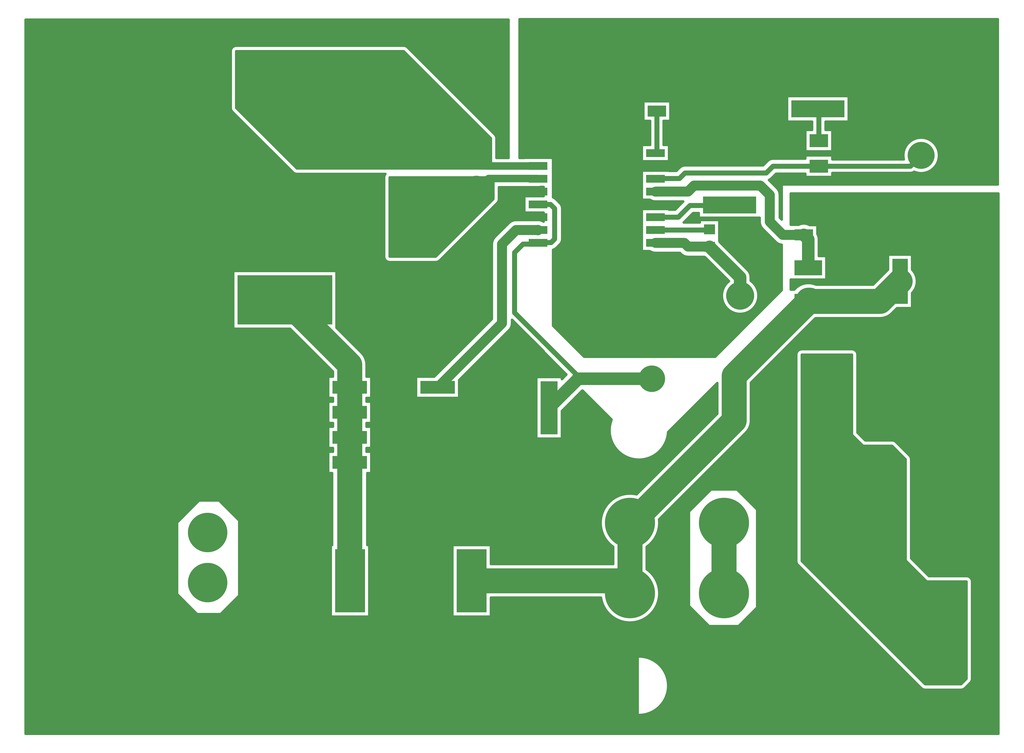
<source format=gbr>
%FSLAX23Y23*%
%MOIN*%
G04 EasyPC Gerber Version 17.0 Build 3379 *
%ADD94R,0.54448X1.58076*%
%ADD91R,0.59718X1.86178*%
%ADD92R,1.05107X2.21279*%
%ADD99R,2.03300X2.47556*%
%ADD96R,0.93089X0.93089*%
%ADD89R,0.94846X0.94846*%
%ADD80C,0.08782*%
%ADD106C,0.17564*%
%ADD102C,0.26346*%
%ADD104C,0.35128*%
%ADD105C,0.43910*%
%ADD103C,0.87820*%
%ADD97C,0.93089*%
%ADD90C,0.94846*%
%ADD101C,0.98358*%
%ADD100C,1.38299*%
%ADD81C,1.75640*%
%ADD98R,0.65692X0.27660*%
%ADD85R,0.38641X0.35128*%
%ADD83R,0.64987X0.38641*%
%ADD95R,1.21012X0.44947*%
%ADD84R,0.64987X0.45667*%
%ADD82R,0.96602X0.52692*%
%ADD88R,1.86178X0.59718*%
%ADD86R,1.00115X0.63230*%
%ADD87R,1.24704X0.63230*%
%ADD93R,3.31918X1.72874*%
X0Y0D02*
D02*
D80*
X33322Y7138D02*
X33513Y7329D01*
Y10738*
X32117*
X31379Y11476*
Y15024*
X30905Y15498*
X29886*
X29499Y15884*
Y18695*
X27743*
Y11458*
X32064Y7138*
X33322*
G36*
X33513Y7329*
Y10738*
X32117*
X31379Y11476*
Y15024*
X30905Y15498*
X29886*
X29499Y15884*
Y18695*
X27743*
Y11458*
X32064Y7138*
X33322*
G37*
X23060Y15979D02*
G75*
G02X22035Y15015I-1026J63D01*
G01*
G75*
G02X21079Y16419J1027*
G01*
X20060Y17438*
X20056*
X19339Y16720*
Y15753*
X18443*
Y17913*
X19339*
Y17841*
X19497Y18000*
X18698Y18800*
Y18816*
X17592Y19921*
Y19801*
G75*
G02X17489Y19552I-353J0*
G01*
X15739Y17802*
Y17179*
X14230*
Y17927*
X14867*
X16887Y19947*
Y22576*
G75*
G02X16990Y22826I353J0*
G01*
X17482Y23317*
G75*
G02X17732Y23421I249J-249*
G01*
X18473*
G75*
G02X18698Y23365I31J-353*
G01*
Y23680*
X18024*
Y24255*
X18698*
Y24579*
X18581*
G75*
G02X18502Y24568I-79J298*
G01*
X17134*
Y24157*
G75*
G02X17078Y24020I-193J0*
G01*
X15058Y22001*
G75*
G02X14921Y21944I-137J137*
G01*
X13305*
G75*
G02X13112Y22137J193*
G01*
Y24912*
G75*
G02X13156Y25035I193*
G01*
X10056*
G75*
G02X9919Y25092I0J193*
G01*
X7794Y27217*
G75*
G02X7738Y27354I137J137*
G01*
Y29338*
G75*
G02X7931Y29532I193*
G01*
X13797*
G75*
G02X13934Y29475I0J-193*
G01*
X16990Y26419*
G75*
G02X17047Y26282I-137J-137*
G01*
Y25597*
X17468*
Y30445*
X554*
Y5399*
X34628*
Y24350*
X27357*
Y23254*
X27629*
G75*
G02X28016Y23244I184J-353*
G01*
X28288*
Y22933*
G75*
G02X28340Y22743I-316J-190*
G01*
Y22155*
X28604*
Y21329*
X27357*
Y20978*
X27476*
G75*
G02X28167Y21180I496J-413*
G01*
G75*
G02X28247Y21154I-143J-570*
G01*
X30239*
X30764Y21678*
Y22207*
X31607*
Y21678*
G75*
G02Y20857I-421J-410*
G01*
Y20328*
X31078*
X30899Y20149*
G75*
G02X30483Y19977I-416J416*
G01*
X28236*
G75*
G02X28215Y19968I-264J589*
G01*
X25960Y17713*
Y16387*
G75*
G02X25788Y15966I-588J-5*
G01*
X22743Y12921*
G75*
G02X22311Y11956I-1020J-122*
G01*
Y11171*
G75*
G02X21723Y9301I-588J-842*
G01*
G75*
G02X20707Y10176J1027*
G01*
X16852*
Y9509*
X15502*
Y12020*
X16852*
Y11353*
X21135*
Y11956*
G75*
G02X21957Y13799I588J842*
G01*
X24784Y16625*
Y17702*
X23060Y15979*
X33458Y7001D02*
G75*
G02X33322Y6944I-137J137D01*
G01*
X32064*
G75*
G02X31927Y7001I0J193*
G01*
X27606Y11322*
G75*
G02X27550Y11458I137J137*
G01*
Y18695*
G75*
G02X27743Y18888I193*
G01*
X29499*
G75*
G02X29693Y18695J-193*
G01*
Y15964*
X29966Y15691*
X30905*
G75*
G02X31041Y15635I0J-193*
G01*
X31515Y15160*
G75*
G02X31572Y15024I-137J-137*
G01*
Y11556*
X32197Y10931*
X33513*
G75*
G02X33706Y10738J-193*
G01*
Y7329*
G75*
G02X33649Y7192I-193J0*
G01*
X33458Y7001*
X22035Y8112D02*
G75*
G02Y6057J-1027D01*
G01*
G75*
G02Y8112J1027*
G01*
X12523Y12020D02*
X12593D01*
Y9509*
X11243*
Y12020*
X11291*
Y14544*
X11153*
Y15292*
X11319*
Y15423*
X11153*
Y16171*
X11319*
Y16301*
X11153*
Y17049*
X11319*
Y17179*
X11153*
Y17927*
X11319*
Y18102*
X9816Y19605*
X7826*
Y21633*
X11443*
Y19642*
X12323Y18762*
G75*
G02X12496Y18346I-416J-416*
G01*
Y17927*
X12662*
Y17179*
X12496*
Y17049*
X12662*
Y16301*
X12496*
Y16171*
X12662*
Y15423*
X12496*
Y15292*
X12662*
Y14544*
X12523*
Y12020*
X5858Y12811D02*
X6631Y13584D01*
X7334*
X8036Y12881*
Y10246*
X7386Y9596*
X6561*
X5858Y10299*
Y12811*
X23791Y13197D02*
X24564Y13970D01*
X25477*
X26180Y13267*
Y9825*
X25530Y9175*
X24494*
X23791Y9878*
Y13197*
X30628Y5399D02*
G36*
X34628D01*
Y24350*
X27357*
Y23254*
X27629*
G75*
G02X28016Y23244I184J-353*
G01*
X28288*
Y22933*
G75*
G02X28340Y22743I-316J-190*
G01*
Y22155*
X28604*
Y21329*
X27357*
Y20978*
X27476*
G75*
G02X28167Y21180I496J-413*
G01*
G75*
G02X28247Y21154I-143J-570*
G01*
X30239*
X30764Y21678*
Y22207*
X31607*
Y21678*
G75*
G02Y20857I-421J-410*
G01*
Y20328*
X31078*
X30899Y20149*
G75*
G02X30628Y19995I-416J416*
G01*
Y15691*
X30905*
G75*
G02X31041Y15635I0J-193*
G01*
X31515Y15160*
G75*
G02X31572Y15024I-137J-137*
G01*
Y11556*
X32197Y10931*
X33513*
G75*
G02X33706Y10738J-193*
G01*
Y7329*
G75*
G02X33649Y7192I-193J0*
G01*
X33458Y7001*
G75*
G02X33322Y6944I-137J137*
G01*
X32064*
G75*
G02X31927Y7001I0J193*
G01*
X30628Y8300*
Y5399*
G37*
Y8300D02*
G36*
X27606Y11322D01*
G75*
G02X27550Y11458I137J137*
G01*
Y18695*
G75*
G02X27743Y18888I193*
G01*
X29499*
G75*
G02X29693Y18695J-193*
G01*
Y15964*
X29966Y15691*
X30628*
Y19995*
G75*
G02X30483Y19977I-145J570*
G01*
X28236*
G75*
G02X28215Y19968I-264J589*
G01*
X25960Y17713*
Y16387*
G75*
G02X25788Y15966I-588J-5*
G01*
X24986Y15163*
Y13970*
X25477*
X26180Y13267*
Y9825*
X25530Y9175*
X24986*
Y5399*
X30628*
Y8300*
G37*
X22035Y5399D02*
G36*
X24986D01*
Y9175*
X24494*
X23791Y9878*
Y13197*
X24564Y13970*
X24986*
Y15163*
X22743Y12921*
G75*
G02X22311Y11956I-1020J-122*
G01*
Y11171*
G75*
G02X22035Y9350I-588J-842*
G01*
Y8112*
G75*
G02Y6057J-1027*
G01*
Y5399*
G37*
Y6057D02*
G36*
G75*
G02Y8112J1027D01*
G01*
Y9350*
G75*
G02X21723Y9301I-312J979*
G01*
G75*
G02X20707Y10176J1027*
G01*
X16852*
Y9509*
X15502*
Y12020*
X16852*
Y11353*
X21135*
Y11956*
G75*
G02X21957Y13799I588J842*
G01*
X24784Y16625*
Y17702*
X23060Y15979*
G75*
G02X22035Y15015I-1026J63*
G01*
G75*
G02X21079Y16419J1027*
G01*
X20060Y17438*
X20056*
X19339Y16720*
Y15753*
X18443*
Y17913*
X19339*
Y17841*
X19497Y18000*
X18698Y18800*
Y18816*
X17592Y19921*
Y19801*
G75*
G02X17489Y19552I-353J0*
G01*
X15739Y17802*
Y17179*
X14230*
Y17927*
X14867*
X16887Y19947*
Y22576*
G75*
G02X16990Y22826I353J0*
G01*
X17482Y23317*
G75*
G02X17732Y23421I249J-249*
G01*
X18473*
G75*
G02X18698Y23365I31J-353*
G01*
Y23680*
X18024*
Y24255*
X18698*
Y24579*
X18581*
G75*
G02X18502Y24568I-79J298*
G01*
X17134*
Y24157*
G75*
G02X17078Y24020I-193J0*
G01*
X15058Y22001*
G75*
G02X14921Y21944I-137J137*
G01*
X13305*
G75*
G02X13112Y22137J193*
G01*
Y24912*
G75*
G02X13156Y25035I193*
G01*
X10244*
Y21633*
X11443*
Y19642*
X12323Y18762*
G75*
G02X12496Y18346I-416J-416*
G01*
Y17927*
X12662*
Y17179*
X12496*
Y17049*
X12662*
Y16301*
X12496*
Y16171*
X12662*
Y15423*
X12496*
Y15292*
X12662*
Y14544*
X12523*
Y12020*
X12593*
Y9509*
X11243*
Y12020*
X11291*
Y14544*
X11153*
Y15292*
X11319*
Y15423*
X11153*
Y16171*
X11319*
Y16301*
X11153*
Y17049*
X11319*
Y17179*
X11153*
Y17927*
X11319*
Y18102*
X10244Y19178*
Y5399*
X22035*
Y6057*
G37*
X10244Y19178D02*
G36*
X9816Y19605D01*
X7826*
Y21633*
X10244*
Y25035*
X10056*
G75*
G02X9919Y25092I0J193*
G01*
X7794Y27217*
G75*
G02X7738Y27354I137J137*
G01*
Y29338*
G75*
G02X7931Y29532I193*
G01*
X13797*
G75*
G02X13934Y29475I0J-193*
G01*
X16990Y26419*
G75*
G02X17047Y26282I-137J-137*
G01*
Y25597*
X17468*
Y30445*
X6947*
Y13584*
X7334*
X8036Y12881*
Y10246*
X7386Y9596*
X6947*
Y5399*
X10244*
Y19178*
G37*
X6947Y9596D02*
G36*
X6561D01*
X5858Y10299*
Y12811*
X6631Y13584*
X6947*
Y30445*
X554*
Y5399*
X6947*
Y9596*
G37*
X13305Y22137D02*
X14921D01*
X16941Y24157*
Y24912*
X13305*
Y22137*
G36*
X14921*
X16941Y24157*
Y24912*
X13305*
Y22137*
G37*
X19031Y22374D02*
Y19713D01*
X20120Y18624*
X24705*
X27041Y20960*
Y22550*
G75*
G02X26826Y22652I35J351*
G01*
X26370Y23109*
G75*
G02X26266Y23358I249J249*
G01*
Y23498*
X24134*
Y23664*
X23936*
X23605Y23333*
X24169*
Y23419*
X24854*
Y22682*
G75*
G02X24878Y22635I-343J-203*
G01*
X25844Y21669*
G75*
G02X25952Y21408I-261J-261*
G01*
Y21292*
G75*
G02X25583Y20126I-369J-524*
G01*
G75*
G02X25193Y21276J641*
G01*
X24356Y22113*
G75*
G02X24327Y22127I156J366*
G01*
X23756*
G75*
G02X23499Y22239J353*
G01*
X23473Y22266*
X22617*
G75*
G02X22413Y22331J353*
G01*
X22139*
Y23806*
X23094*
Y23783*
X23306*
X23591Y24068*
X22617*
G75*
G02X22418Y24129J353*
G01*
X22139*
Y25154*
X23094*
Y25142*
X23348*
X23463Y25258*
G75*
G02X23651Y25335I187J-187*
G01*
X26386*
X26546Y25495*
G75*
G02X26733Y25572I187J-187*
G01*
X27866*
Y25685*
X28814*
Y25545*
X31316*
G75*
G02X31923Y26309I607J141*
G01*
G75*
G02Y25062J-624*
G01*
G75*
G02X31679Y25111I0J623*
G01*
G75*
G02X31546Y25070I-133J196*
G01*
X28814*
Y24930*
X27866*
Y25043*
X26843*
X26683Y24883*
G75*
G02X26592Y24824I-187J187*
G01*
X26868Y24547*
G75*
G02X26972Y24298I-249J-249*
G01*
Y23504*
X27041Y23435*
Y24666*
X34611*
Y30463*
X17855*
Y25597*
X18024*
Y25603*
X18980*
Y25597*
X19031*
Y24216*
G75*
G02X19127Y24155I-91J-249*
G01*
X19271Y24011*
G75*
G02X19349Y23823I-187J-187*
G01*
Y22752*
G75*
G02X19271Y22565I-265J0*
G01*
X19148Y22442*
G75*
G02X19031Y22374I-187J187*
G01*
X22904Y26053D02*
X23094D01*
Y25478*
X22139*
Y26053*
X22430*
Y26897*
X22193*
Y27582*
X23141*
Y26897*
X22904*
Y26053*
X28577Y26581D02*
X28814D01*
Y25826*
X27866*
Y26581*
X28103*
Y26871*
X27225*
Y27766*
X29385*
Y26871*
X28577*
Y26581*
X22640Y25154D02*
G36*
X23094D01*
Y25142*
X23348*
X23463Y25258*
G75*
G02X23651Y25335I187J-187*
G01*
X26386*
X26546Y25495*
G75*
G02X26733Y25572I187J-187*
G01*
X27866*
Y25685*
X28305*
Y25826*
X27866*
Y26581*
X28103*
Y26871*
X27225*
Y27766*
X28305*
Y30463*
X22640*
Y27582*
X23141*
Y26897*
X22904*
Y26053*
X23094*
Y25478*
X22640*
Y25154*
G37*
Y25478D02*
G36*
X22139D01*
Y26053*
X22430*
Y26897*
X22193*
Y27582*
X22640*
Y30463*
X17855*
Y25597*
X18024*
Y25603*
X18980*
Y25597*
X19031*
Y24216*
G75*
G02X19127Y24155I-91J-249*
G01*
X19271Y24011*
G75*
G02X19349Y23823I-187J-187*
G01*
Y22752*
G75*
G02X19271Y22565I-265J0*
G01*
X19148Y22442*
G75*
G02X19031Y22374I-187J187*
G01*
Y19713*
X20120Y18624*
X24705*
X27041Y20960*
Y22550*
G75*
G02X26826Y22652I35J351*
G01*
X26370Y23109*
G75*
G02X26266Y23358I249J249*
G01*
Y23498*
X24134*
Y23664*
X23936*
X23605Y23333*
X24169*
Y23419*
X24854*
Y22682*
G75*
G02X24878Y22635I-343J-203*
G01*
X25844Y21669*
G75*
G02X25952Y21408I-261J-261*
G01*
Y21292*
G75*
G02X25583Y20126I-369J-524*
G01*
G75*
G02X25193Y21276J641*
G01*
X24356Y22113*
G75*
G02X24327Y22127I156J366*
G01*
X23756*
G75*
G02X23499Y22239J353*
G01*
X23473Y22266*
X22617*
G75*
G02X22413Y22331J353*
G01*
X22139*
Y23806*
X23094*
Y23783*
X23306*
X23591Y24068*
X22617*
G75*
G02X22418Y24129J353*
G01*
X22139*
Y25154*
X22640*
Y25478*
G37*
X28305Y25685D02*
G36*
X28814D01*
Y25545*
X31316*
G75*
G02X31923Y26309I607J141*
G01*
G75*
G02Y25062J-624*
G01*
G75*
G02X31679Y25111I0J623*
G01*
G75*
G02X31546Y25070I-133J196*
G01*
X28814*
Y24930*
X27866*
Y25043*
X26843*
X26683Y24883*
G75*
G02X26592Y24824I-187J187*
G01*
X26868Y24547*
G75*
G02X26972Y24298I-249J-249*
G01*
Y23504*
X27041Y23435*
Y24666*
X34611*
Y30463*
X28305*
Y27766*
X29385*
Y26871*
X28577*
Y26581*
X28814*
Y25826*
X28305*
Y25685*
G37*
X16853Y25228D02*
Y26282D01*
X13797Y29338*
X7931*
Y27354*
X10056Y25228*
X16853*
G36*
Y26282*
X13797Y29338*
X7931*
Y27354*
X10056Y25228*
X16853*
G37*
D02*
D81*
X25016Y10329D03*
X21723D03*
X25016Y12799D03*
X21723D03*
D02*
D82*
X27971Y20565D03*
Y21742D03*
D02*
D83*
X27813Y22901D03*
Y23902D03*
X22667Y27240D03*
Y28241D03*
D02*
D84*
X28340Y25307D03*
Y26203D03*
D02*
D85*
X24511Y22480D03*
Y23094D03*
D02*
D86*
X16344Y24535D03*
Y25641D03*
D02*
D87*
X30413Y14567D03*
Y16499D03*
D02*
D88*
X25214Y23946D03*
Y25913D03*
X28305Y27319D03*
Y29286D03*
D02*
D89*
X31923Y29143D03*
D02*
D90*
Y25685D03*
D02*
D91*
X18891Y16833D03*
X16924D03*
D02*
D92*
X16177Y10765D03*
X11918D03*
D02*
D93*
X9635Y20619D03*
Y28433D03*
D02*
D94*
X31186Y21268D03*
Y23253D03*
D02*
D95*
X14985Y14918D03*
X11907D03*
X14985Y15797D03*
X11907D03*
X14985Y16675D03*
X11907D03*
X14985Y17553D03*
X11907D03*
D02*
D96*
X28533Y17852D03*
D02*
D97*
X22491D03*
D02*
D98*
X22617Y22619D03*
X18502D03*
X22617Y23068D03*
X18502D03*
X22617Y23518D03*
X18502D03*
X22617Y23967D03*
X18502D03*
X22617Y24417D03*
X18502D03*
X22617Y24866D03*
X18502D03*
X22617Y25316D03*
X18502D03*
X22617Y25765D03*
X18502D03*
D02*
D99*
X20559Y24192D03*
D02*
D100*
X32679Y8244D03*
Y10000D03*
X6930Y10703D03*
X32679Y11757D03*
X6930Y12459D03*
X32679Y13513D03*
D02*
D101*
X25583Y20767D03*
X14394Y23279D03*
X25021Y28302D03*
D02*
D102*
X16344Y24535D02*
Y24508D01*
X16397*
X16766Y24877*
X18470*
X18481Y24866*
X18502*
Y25316D02*
X16669D01*
X16344Y25641*
D02*
D103*
X32679Y8244D02*
Y10000D01*
X25016Y10329D02*
Y12799D01*
X21723Y10329D02*
Y12799D01*
X16177Y10765D02*
X21287D01*
X21723Y10329*
X32679Y11757D02*
Y13513D01*
X32714*
Y18501*
X30413Y14567D02*
Y10914D01*
X31256Y10071*
X32608*
X32679Y10000*
X30413Y14567D02*
X29359D01*
X28533Y15393*
Y17852*
X14985Y14918D02*
Y8567D01*
X15519Y8033*
X19418*
X20103Y8718*
X27743*
X30097Y6365*
X33381*
X34101Y7085*
Y11195*
X33592Y11704*
X32731*
X32679Y11757*
X14985Y14918D02*
Y15797D01*
X11907Y14918D02*
Y10775D01*
X11918Y10765*
X11907Y14918D02*
Y15797D01*
Y16675*
Y17553*
Y18346*
X9635Y20619*
X32714Y18501D02*
X32415D01*
X30413Y16499*
X27971Y20565D02*
Y20609D01*
X28024*
X25372Y17957*
Y16382*
X21789Y12799*
X21723*
X27971Y20565D02*
X30483D01*
X31186Y21268*
Y23253D02*
X31756D01*
X32714Y22295*
Y18501*
X14394Y23279D02*
X15088D01*
X16344Y24535*
X27813Y23902D02*
X30536D01*
X31186Y23253*
X16344Y25641D02*
X12426D01*
X9635Y28433*
X25214Y25913D02*
Y28109D01*
X25021Y28302*
X31923Y29143D02*
X28448D01*
X28305Y29286*
X26004*
X25021Y28302*
D02*
D104*
X24511Y22480D02*
Y22488D01*
X23756*
X23625Y22619*
X22617*
X27813Y22901D02*
X27076D01*
X26619Y23358*
Y24298*
X26285Y24631*
X23967*
X23756Y24421*
X22648*
X22645Y24417*
X22617*
X18502Y23068D02*
X18496Y23075D01*
Y23059*
X18504Y23068*
X17732*
X17240Y22576*
Y19801*
X14992Y17553*
X14985*
X18502Y24417D02*
X17872D01*
X16730Y23275*
Y21417*
X13815Y18501*
Y16253*
X14289Y15779*
X14967*
X14985Y15797*
D02*
D105*
Y16675D01*
X18891Y16833D02*
Y16815D01*
X18873*
X19892Y17834*
Y17852*
X22491*
X16924Y16833D02*
Y16675D01*
X14985*
X25583Y20767D02*
Y21408D01*
X24511Y22480*
X27971Y21742D02*
Y22743D01*
X27813Y22901*
D02*
D106*
X22491Y17852D02*
Y17922D01*
X19927*
X17679Y20170*
Y22278*
X17977Y22576*
X18545*
X18502Y22619*
X22617Y23068D02*
X24485D01*
X24511Y23094*
X22617Y23518D02*
X23416D01*
X23826Y23929*
X25196*
X25214Y23946*
X18502Y23967D02*
X18940D01*
X19084Y23823*
Y22752*
X18961Y22629*
X18512*
X18502Y22619*
X28340Y25307D02*
X31546D01*
X31923Y25685*
X28340Y25307D02*
X26733D01*
X26496Y25070*
X23651*
X23457Y24877*
X22627*
X22617Y24866*
X28340Y26203D02*
Y27283D01*
X28305Y27319*
X22667Y27240D02*
Y25816D01*
X22617Y25765*
X0Y0D02*
M02*

</source>
